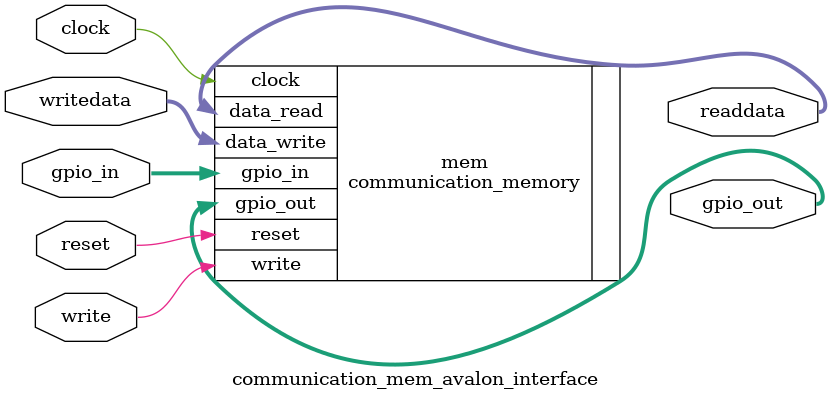
<source format=v>
module communication_mem_avalon_interface(clock, reset, write, writedata, readdata, gpio_in, gpio_out);


	input clock, reset, write;
	
	input  [ 5:0] gpio_in;
	input  [31:0] writedata;
	
	output [ 5:0] gpio_out;
	output [31:0] readdata;
	
	communication_memory mem(.clock(clock), .reset(reset), .write(write), 
									 .data_read(readdata), .data_write(writedata), 
									 .gpio_in(gpio_in), .gpio_out(gpio_out));
endmodule 
</source>
